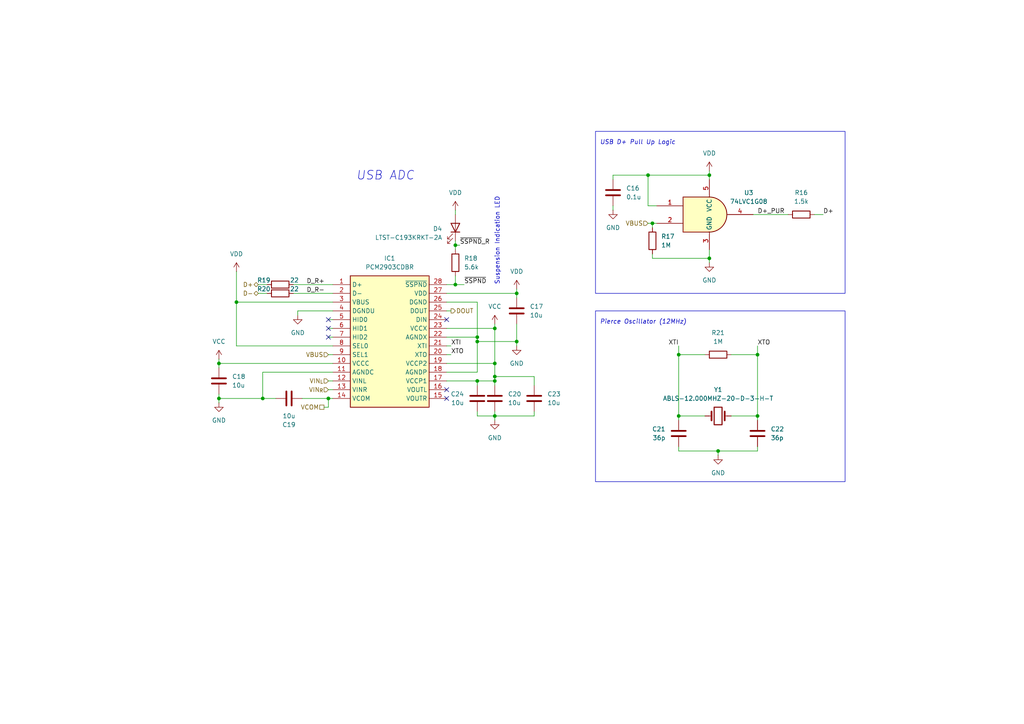
<source format=kicad_sch>
(kicad_sch (version 20231120) (generator "eeschema") (generator_version "8.0")
  (paper "A4")
  (title_block (title "USB ADC") (date "2024-09-15") (rev "1") (company "Tachyon PCBAs") (comment 1 "first try surely") (comment 2 "Built around the PCM2903C"))
  (lib_symbols
    (symbol "74xGxx:74LVC1G08"
      (property "Reference" "U" (at -5.08 7.62 0))
      (property "Value" "74LVC1G08" (at 7.62 -7.62 0))
      (symbol "74LVC1G08_0_1"
        (arc (start 0 -5.08) (mid 5.0579 0) (end 0 5.08) (stroke (width 0.254)) (fill (type background)))
        (polyline (pts (xy 0 -5.08) (xy -7.62 -5.08) (xy -7.62 5.08) (xy 0 5.08)) (stroke (width 0.254)) (fill (type background)))
      )
      (symbol "74LVC1G08_1_1"
        (pin input line (at -15.24 2.54 0) (length 7.62) (name "~") (number "1"))
        (pin input line (at -15.24 -2.54 0) (length 7.62) (name "~") (number "2"))
        (pin power_in line (at 0 -10.16 90) (length 5.08) (name "GND") (number "3"))
        (pin output line (at 12.7 0 180) (length 7.62) (name "~") (number "4"))
        (pin power_in line (at 0 10.16 270) (length 5.08) (name "VCC") (number "5"))
      )
    )
    (symbol "Device:C" (pin_numbers hide) (pin_names (offset 0.254))
      (property "Reference" "C" (at 0.635 2.54 0))
      (property "Value" "C" (at 0.635 -2.54 0))
      (symbol "C_0_1"
        (polyline (pts (xy -2.032 -0.762) (xy 2.032 -0.762)) (stroke (width 0.508)))
        (polyline (pts (xy -2.032 0.762) (xy 2.032 0.762)) (stroke (width 0.508)))
      )
      (symbol "C_1_1"
        (pin passive line (at 0 3.81 270) (length 2.794) (name "~") (number "1"))
        (pin passive line (at 0 -3.81 90) (length 2.794) (name "~") (number "2"))
      )
    )
    (symbol "Device:Crystal" (pin_numbers hide) (pin_names (offset 1.016) hide)
      (property "Reference" "Y" (at 0 3.81 0))
      (property "Value" "Crystal" (at 0 -3.81 0))
      (symbol "Crystal_0_1"
        (rectangle (start -1.143 2.54) (end 1.143 -2.54) (stroke (width 0.3048)))
        (polyline (pts (xy -2.54 0) (xy -1.905 0)))
        (polyline (pts (xy -1.905 -1.27) (xy -1.905 1.27)) (stroke (width 0.508)))
        (polyline (pts (xy 1.905 -1.27) (xy 1.905 1.27)) (stroke (width 0.508)))
        (polyline (pts (xy 2.54 0) (xy 1.905 0)))
      )
      (symbol "Crystal_1_1"
        (pin passive line (at -3.81 0 0) (length 1.27) (name "1") (number "1"))
        (pin passive line (at 3.81 0 180) (length 1.27) (name "2") (number "2"))
      )
    )
    (symbol "Device:LED" (pin_numbers hide) (pin_names (offset 1.016) hide)
      (property "Reference" "D" (at 0 2.54 0))
      (property "Value" "LED" (at 0 -2.54 0))
      (symbol "LED_0_1"
        (polyline (pts (xy -1.27 -1.27) (xy -1.27 1.27)) (stroke (width 0.254)))
        (polyline (pts (xy -1.27 0) (xy 1.27 0)))
        (polyline (pts (xy 1.27 -1.27) (xy 1.27 1.27) (xy -1.27 0) (xy 1.27 -1.27)) (stroke (width 0.254)))
        (polyline (pts (xy -3.048 -0.762) (xy -4.572 -2.286) (xy -3.81 -2.286) (xy -4.572 -2.286) (xy -4.572 -1.524)))
        (polyline (pts (xy -1.778 -0.762) (xy -3.302 -2.286) (xy -2.54 -2.286) (xy -3.302 -2.286) (xy -3.302 -1.524)))
      )
      (symbol "LED_1_1"
        (pin passive line (at -3.81 0 0) (length 2.54) (name "K") (number "1"))
        (pin passive line (at 3.81 0 180) (length 2.54) (name "A") (number "2"))
      )
    )
    (symbol "Device:R" (pin_numbers hide) (pin_names (offset 0))
      (property "Reference" "R" (at 2.032 0 90))
      (property "Value" "R" (at 0 0 90))
      (symbol "R_0_1"
        (rectangle (start -1.016 -2.54) (end 1.016 2.54) (stroke (width 0.254)))
      )
      (symbol "R_1_1"
        (pin passive line (at 0 3.81 270) (length 1.27) (name "~") (number "1"))
        (pin passive line (at 0 -3.81 90) (length 1.27) (name "~") (number "2"))
      )
    )
    (symbol "binauralmic:PCM2903CDBR"
      (property "Reference" "IC" (at 29.21 7.62 0))
      (property "Value" "PCM2903CDBR" (at 29.21 5.08 0))
      (symbol "PCM2903CDBR_1_1"
        (rectangle (start 5.08 2.54) (end 27.94 -35.56) (stroke (width 0.254)) (fill (type background)))
        (pin bidirectional line (at 0 0 0) (length 5.08) (name "D+") (number "1"))
        (pin passive line (at 0 -22.86 0) (length 5.08) (name "VCCC") (number "10"))
        (pin power_in line (at 0 -25.4 0) (length 5.08) (name "AGNDC") (number "11"))
        (pin input line (at 0 -27.94 0) (length 5.08) (name "VINL") (number "12"))
        (pin input line (at 0 -30.48 0) (length 5.08) (name "VINR") (number "13"))
        (pin passive line (at 0 -33.02 0) (length 5.08) (name "VCOM") (number "14"))
        (pin output line (at 33.02 -33.02 180) (length 5.08) (name "VOUTR") (number "15"))
        (pin output line (at 33.02 -30.48 180) (length 5.08) (name "VOUTL") (number "16"))
        (pin passive line (at 33.02 -27.94 180) (length 5.08) (name "VCCP1") (number "17"))
        (pin power_in line (at 33.02 -25.4 180) (length 5.08) (name "AGNDP") (number "18"))
        (pin passive line (at 33.02 -22.86 180) (length 5.08) (name "VCCP2") (number "19"))
        (pin bidirectional line (at 0 -2.54 0) (length 5.08) (name "D-") (number "2"))
        (pin output line (at 33.02 -20.32 180) (length 5.08) (name "XTO") (number "20"))
        (pin input line (at 33.02 -17.78 180) (length 5.08) (name "XTI") (number "21"))
        (pin power_in line (at 33.02 -15.24 180) (length 5.08) (name "AGNDX") (number "22"))
        (pin passive line (at 33.02 -12.7 180) (length 5.08) (name "VCCX") (number "23"))
        (pin input line (at 33.02 -10.16 180) (length 5.08) (name "DIN") (number "24"))
        (pin output line (at 33.02 -7.62 180) (length 5.08) (name "DOUT") (number "25"))
        (pin power_in line (at 33.02 -5.08 180) (length 5.08) (name "DGND") (number "26"))
        (pin power_in line (at 33.02 -2.54 180) (length 5.08) (name "VDD") (number "27"))
        (pin output line (at 33.02 0 180) (length 5.08) (name "~{SSPND}") (number "28"))
        (pin power_in line (at 0 -5.08 0) (length 5.08) (name "VBUS") (number "3"))
        (pin passive line (at 0 -7.62 0) (length 5.08) (name "DGNDU") (number "4"))
        (pin passive line (at 0 -10.16 0) (length 5.08) (name "HID0") (number "5"))
        (pin passive line (at 0 -12.7 0) (length 5.08) (name "HID1") (number "6"))
        (pin passive line (at 0 -15.24 0) (length 5.08) (name "HID2") (number "7"))
        (pin passive line (at 0 -17.78 0) (length 5.08) (name "SEL0") (number "8"))
        (pin passive line (at 0 -20.32 0) (length 5.08) (name "SEL1") (number "9"))
      )
    )
    (symbol "power:GND" (power) (pin_numbers hide) (pin_names (offset 0) hide)
      (property "Value" "GND" (at 0 -3.81 0))
      (symbol "GND_0_1"
        (polyline (pts (xy 0 0) (xy 0 -1.27) (xy 1.27 -1.27) (xy 0 -2.54) (xy -1.27 -1.27) (xy 0 -1.27)))
      )
      (symbol "GND_1_1"
        (pin power_in line (at 0 0 270) (length 0) (name "~") (number "1"))
      )
    )
    (symbol "power:VCC" (power) (pin_numbers hide) (pin_names (offset 0) hide)
      (property "Value" "VCC" (at 0 3.556 0))
      (symbol "VCC_0_1"
        (polyline (pts (xy -0.762 1.27) (xy 0 2.54)))
        (polyline (pts (xy 0 0) (xy 0 2.54)))
        (polyline (pts (xy 0 2.54) (xy 0.762 1.27)))
      )
      (symbol "VCC_1_1"
        (pin power_in line (at 0 0 90) (length 0) (name "~") (number "1"))
      )
    )
    (symbol "power:VDD" (power) (pin_numbers hide) (pin_names (offset 0) hide)
      (property "Value" "VDD" (at 0 3.556 0))
      (symbol "VDD_0_1"
        (polyline (pts (xy -0.762 1.27) (xy 0 2.54)))
        (polyline (pts (xy 0 0) (xy 0 2.54)))
        (polyline (pts (xy 0 2.54) (xy 0.762 1.27)))
      )
      (symbol "VDD_1_1"
        (pin power_in line (at 0 0 90) (length 0) (name "~") (number "1"))
      )
    )
  )
  (junction (at 143.51 110.49))
  (junction (at 138.43 99.06))
  (junction (at 187.96 50.8))
  (junction (at 143.51 105.41))
  (junction (at 132.08 71.12))
  (junction (at 196.85 102.87))
  (junction (at 132.08 82.55))
  (junction (at 219.71 102.87))
  (junction (at 149.86 85.09))
  (junction (at 208.28 130.81))
  (junction (at 143.51 120.65))
  (junction (at 143.51 95.25))
  (junction (at 143.51 109.22))
  (junction (at 196.85 120.65))
  (junction (at 138.43 110.49))
  (junction (at 138.43 97.79))
  (junction (at 149.86 99.06))
  (junction (at 76.2 115.57))
  (junction (at 63.5 115.57))
  (junction (at 205.74 50.8))
  (junction (at 63.5 105.41))
  (junction (at 68.58 87.63))
  (junction (at 95.25 115.57))
  (junction (at 189.23 64.77))
  (junction (at 219.71 120.65))
  (junction (at 205.74 74.93))
  (no_connect (at 95.25 95.25))
  (no_connect (at 95.25 92.71))
  (no_connect (at 129.54 113.03))
  (no_connect (at 129.54 115.57))
  (no_connect (at 129.54 92.71))
  (no_connect (at 95.25 97.79))
  (wire (pts (xy 189.23 73.66) (xy 189.23 74.93)))
  (wire (pts (xy 187.96 50.8) (xy 177.8 50.8)))
  (wire (pts (xy 143.51 109.22) (xy 154.94 109.22)))
  (wire (pts (xy 143.51 110.49) (xy 143.51 111.76)))
  (wire (pts (xy 138.43 99.06) (xy 149.86 99.06)))
  (wire (pts (xy 95.25 113.03) (xy 96.52 113.03)))
  (wire (pts (xy 143.51 121.92) (xy 143.51 120.65)))
  (wire (pts (xy 208.28 130.81) (xy 208.28 132.08)))
  (wire (pts (xy 63.5 105.41) (xy 63.5 106.68)))
  (wire (pts (xy 129.54 85.09) (xy 149.86 85.09)))
  (wire (pts (xy 63.5 105.41) (xy 63.5 104.14)))
  (wire (pts (xy 138.43 87.63) (xy 138.43 97.79)))
  (wire (pts (xy 205.74 72.39) (xy 205.74 74.93)))
  (wire (pts (xy 219.71 102.87) (xy 219.71 120.65)))
  (wire (pts (xy 95.25 118.11) (xy 95.25 115.57)))
  (wire (pts (xy 87.63 115.57) (xy 95.25 115.57)))
  (wire (pts (xy 219.71 130.81) (xy 219.71 129.54)))
  (wire (pts (xy 63.5 115.57) (xy 63.5 116.84)))
  (wire (pts (xy 196.85 120.65) (xy 196.85 121.92)))
  (wire (pts (xy 138.43 99.06) (xy 138.43 107.95)))
  (wire (pts (xy 93.98 118.11) (xy 95.25 118.11)))
  (wire (pts (xy 68.58 87.63) (xy 68.58 78.74)))
  (wire (pts (xy 85.09 85.09) (xy 96.52 85.09)))
  (wire (pts (xy 149.86 99.06) (xy 149.86 100.33)))
  (wire (pts (xy 149.86 85.09) (xy 149.86 86.36)))
  (wire (pts (xy 187.96 64.77) (xy 189.23 64.77)))
  (wire (pts (xy 143.51 105.41) (xy 143.51 95.25)))
  (wire (pts (xy 96.52 87.63) (xy 68.58 87.63)))
  (wire (pts (xy 154.94 109.22) (xy 154.94 111.76)))
  (wire (pts (xy 63.5 114.3) (xy 63.5 115.57)))
  (wire (pts (xy 205.74 50.8) (xy 205.74 52.07)))
  (wire (pts (xy 219.71 121.92) (xy 219.71 120.65)))
  (wire (pts (xy 196.85 100.33) (xy 196.85 102.87)))
  (wire (pts (xy 177.8 59.69) (xy 177.8 60.96)))
  (wire (pts (xy 196.85 102.87) (xy 196.85 120.65)))
  (wire (pts (xy 189.23 64.77) (xy 189.23 66.04)))
  (wire (pts (xy 138.43 120.65) (xy 143.51 120.65)))
  (wire (pts (xy 129.54 110.49) (xy 138.43 110.49)))
  (wire (pts (xy 208.28 130.81) (xy 219.71 130.81)))
  (wire (pts (xy 138.43 110.49) (xy 138.43 111.76)))
  (wire (pts (xy 196.85 130.81) (xy 208.28 130.81)))
  (wire (pts (xy 129.54 82.55) (xy 132.08 82.55)))
  (wire (pts (xy 63.5 115.57) (xy 76.2 115.57)))
  (wire (pts (xy 129.54 102.87) (xy 130.81 102.87)))
  (wire (pts (xy 189.23 74.93) (xy 205.74 74.93)))
  (wire (pts (xy 96.52 100.33) (xy 68.58 100.33)))
  (wire (pts (xy 149.86 83.82) (xy 149.86 85.09)))
  (wire (pts (xy 149.86 93.98) (xy 149.86 99.06)))
  (wire (pts (xy 129.54 97.79) (xy 138.43 97.79)))
  (wire (pts (xy 95.25 115.57) (xy 96.52 115.57)))
  (wire (pts (xy 129.54 107.95) (xy 138.43 107.95)))
  (wire (pts (xy 177.8 50.8) (xy 177.8 52.07)))
  (wire (pts (xy 205.74 49.53) (xy 205.74 50.8)))
  (wire (pts (xy 132.08 60.96) (xy 132.08 62.23)))
  (wire (pts (xy 129.54 105.41) (xy 143.51 105.41)))
  (wire (pts (xy 76.2 115.57) (xy 80.01 115.57)))
  (wire (pts (xy 86.36 90.17) (xy 86.36 91.44)))
  (wire (pts (xy 189.23 64.77) (xy 190.5 64.77)))
  (wire (pts (xy 143.51 120.65) (xy 154.94 120.65)))
  (wire (pts (xy 129.54 87.63) (xy 138.43 87.63)))
  (wire (pts (xy 138.43 97.79) (xy 138.43 99.06)))
  (wire (pts (xy 96.52 90.17) (xy 86.36 90.17)))
  (wire (pts (xy 196.85 102.87) (xy 204.47 102.87)))
  (wire (pts (xy 74.93 85.09) (xy 77.47 85.09)))
  (wire (pts (xy 95.25 110.49) (xy 96.52 110.49)))
  (wire (pts (xy 219.71 100.33) (xy 219.71 102.87)))
  (wire (pts (xy 138.43 119.38) (xy 138.43 120.65)))
  (wire (pts (xy 132.08 80.01) (xy 132.08 82.55)))
  (wire (pts (xy 132.08 71.12) (xy 132.08 72.39)))
  (wire (pts (xy 85.09 82.55) (xy 96.52 82.55)))
  (wire (pts (xy 196.85 129.54) (xy 196.85 130.81)))
  (wire (pts (xy 154.94 119.38) (xy 154.94 120.65)))
  (wire (pts (xy 138.43 110.49) (xy 143.51 110.49)))
  (wire (pts (xy 129.54 95.25) (xy 143.51 95.25)))
  (wire (pts (xy 96.52 105.41) (xy 63.5 105.41)))
  (wire (pts (xy 212.09 120.65) (xy 219.71 120.65)))
  (wire (pts (xy 143.51 119.38) (xy 143.51 120.65)))
  (wire (pts (xy 133.35 71.12) (xy 132.08 71.12)))
  (wire (pts (xy 132.08 69.85) (xy 132.08 71.12)))
  (wire (pts (xy 143.51 110.49) (xy 143.51 109.22)))
  (wire (pts (xy 187.96 59.69) (xy 190.5 59.69)))
  (wire (pts (xy 218.44 62.23) (xy 228.6 62.23)))
  (wire (pts (xy 74.93 82.55) (xy 77.47 82.55)))
  (wire (pts (xy 143.51 95.25) (xy 143.51 93.98)))
  (wire (pts (xy 95.25 95.25) (xy 96.52 95.25)))
  (wire (pts (xy 132.08 82.55) (xy 134.62 82.55)))
  (wire (pts (xy 205.74 74.93) (xy 205.74 76.2)))
  (wire (pts (xy 95.25 97.79) (xy 96.52 97.79)))
  (wire (pts (xy 205.74 50.8) (xy 187.96 50.8)))
  (wire (pts (xy 187.96 50.8) (xy 187.96 59.69)))
  (wire (pts (xy 236.22 62.23) (xy 238.76 62.23)))
  (wire (pts (xy 143.51 109.22) (xy 143.51 105.41)))
  (wire (pts (xy 68.58 87.63) (xy 68.58 100.33)))
  (wire (pts (xy 76.2 107.95) (xy 76.2 115.57)))
  (wire (pts (xy 95.25 92.71) (xy 96.52 92.71)))
  (wire (pts (xy 129.54 90.17) (xy 130.81 90.17)))
  (wire (pts (xy 129.54 100.33) (xy 130.81 100.33)))
  (wire (pts (xy 212.09 102.87) (xy 219.71 102.87)))
  (wire (pts (xy 196.85 120.65) (xy 204.47 120.65)))
  (wire (pts (xy 96.52 107.95) (xy 76.2 107.95)))
  (wire (pts (xy 95.25 102.87) (xy 96.52 102.87)))
  (rectangle (start 172.72 90.17) (end 245.11 139.7))
  (rectangle (start 172.72 38.1) (end 245.11 85.09))
  (text "USB ADC" (at 111.76 49.53 0) (effects (font (size 2.54 2.54) (italic yes)) (justify top)))
  (text "Pierce Oscillator (12MHz)" (at 173.99 92.71 0) (effects (font (size 1.27 1.27) (italic yes)) (justify left top)))
  (text "USB D+ Pull Up Logic" (at 173.99 40.64 0) (effects (font (size 1.27 1.27) (italic yes)) (justify left top)))
  (text "Suspension Indication LED" (at 143.51 69.85 90) (effects (font (size 1.27 1.27)) (justify top)))
  (label "~{SSPND}" (at 134.62 82.55 0))
  (label "D+" (at 238.76 62.23 0))
  (label "XTO" (at 130.81 102.87 0))
  (label "D_R-" (at 88.9 85.09 0))
  (label "XTI" (at 130.81 100.33 0))
  (label "~{SSPND}_R" (at 133.35 71.12 0))
  (label "D_R+" (at 88.9 82.55 0))
  (label "XTI" (at 196.85 100.33 180))
  (label "D+_PUR" (at 219.71 62.23 0))
  (label "XTO" (at 219.71 100.33 0))
  (hierarchical_label "VIN_{L}" (shape input) (at 95.25 110.49 180))
  (hierarchical_label "VIN_{R}" (shape input) (at 95.25 113.03 180))
  (hierarchical_label "DOUT" (shape output) (at 130.81 90.17 0))
  (hierarchical_label "D-" (shape bidirectional) (at 74.93 85.09 180))
  (hierarchical_label "VBUS" (shape input) (at 187.96 64.77 180))
  (hierarchical_label "VCOM" (shape passive) (at 93.98 118.11 180))
  (hierarchical_label "D+" (shape bidirectional) (at 74.93 82.55 180))
  (hierarchical_label "VBUS" (shape input) (at 95.25 102.87 180))
  (symbol (lib_id "Device:Crystal") (at 208.28 120.65 0) (unit 1)
    (property "Reference" "Y1" (at 208.28 113.03 0))
    (property "Value" "ABLS-12.000MHZ-20-D-3-H-T" (at 208.28 115.57 0))
    (property "Footprint" "binauralmic:ABLS" (effects (hide yes)))
    (property "Datasheet" "https://www.mouser.com/datasheet/2/3/abls-1664338.pdf" (effects (hide yes)))
    (property "Description" "Two pin crystal" (effects (hide yes)))
    (property "Mouser Part Number" "815-LS12000MHZ20D3HT" (effects (hide yes)))
  )
  (symbol (lib_id "74xGxx:74LVC1G08") (at 205.74 62.23 0) (unit 1)
    (property "Reference" "U3" (at 217.17 55.9114 0))
    (property "Value" "74LVC1G08" (at 217.17 58.4514 0))
    (property "Footprint" "Package_TO_SOT_SMD:SOT-23-5_HandSoldering" (effects (hide yes)))
    (property "Datasheet" "https://www.ti.com/lit/ds/symlink/sn74lvc1g08.pdf" (effects (hide yes)))
    (property "Description" "Single AND Gate, Low-Voltage CMOS" (effects (hide yes)))
    (property "Mouser Part Number" "771-74LVC1G08GV" (effects (hide yes)))
  )
  (symbol (lib_id "Device:C") (at 143.51 115.57 0) (unit 1)
    (property "Reference" "C20" (at 147.32 114.2999 0) (effects (justify left)))
    (property "Value" "10u" (at 147.32 116.8399 0) (effects (justify left)))
    (property "Footprint" "Capacitor_SMD:C_0805_2012Metric_Pad1.18x1.45mm_HandSolder" (effects (hide yes)))
    (property "Datasheet" "https://www.mouser.com/datasheet/2/40/TAJ_AUTO-3165268.pdf" (effects (hide yes)))
    (property "Description" "Unpolarized capacitor" (effects (hide yes)))
    (property "Mouser Part Number" "581-TAJA106K010TNJ" (effects (hide yes)))
  )
  (symbol (lib_id "Device:C") (at 149.86 90.17 0) (unit 1)
    (property "Reference" "C17" (at 153.67 88.8999 0) (effects (justify left)))
    (property "Value" "10u" (at 153.67 91.4399 0) (effects (justify left)))
    (property "Footprint" "Capacitor_SMD:C_0805_2012Metric_Pad1.18x1.45mm_HandSolder" (effects (hide yes)))
    (property "Datasheet" "https://www.mouser.com/datasheet/2/40/TAJ_AUTO-3165268.pdf" (effects (hide yes)))
    (property "Description" "Unpolarized capacitor" (effects (hide yes)))
    (property "Mouser Part Number" "581-TAJA106K010TNJ" (effects (hide yes)))
  )
  (symbol (lib_id "Device:C") (at 219.71 125.73 0) (unit 1)
    (property "Reference" "C22" (at 223.52 124.4599 0) (effects (justify left)))
    (property "Value" "36p" (at 223.52 126.9999 0) (effects (justify left)))
    (property "Footprint" "Capacitor_SMD:C_0603_1608Metric_Pad1.08x0.95mm_HandSolder" (effects (hide yes)))
    (property "Datasheet" "https://www.mouser.com/datasheet/2/447/upy_np0x7r_mv_100_to_630v-3461223.pdf" (effects (hide yes)))
    (property "Description" "Unpolarized capacitor" (effects (hide yes)))
    (property "Mouser Part Number" "603-CC603FRNPO9BN360" (effects (hide yes)))
  )
  (symbol (lib_id "Device:R") (at 208.28 102.87 90) (unit 1)
    (property "Reference" "R21" (at 208.28 96.52 90))
    (property "Value" "1M" (at 208.28 99.06 90))
    (property "Footprint" "Resistor_SMD:R_0603_1608Metric_Pad0.98x0.95mm_HandSolder" (effects (hide yes)))
    (property "Datasheet" "https://www.mouser.com/datasheet/2/54/cr-1858361.pdf" (effects (hide yes)))
    (property "Description" "Resistor" (effects (hide yes)))
    (property "Mouser Part Number" "652-CR0603FX-1004ELF" (effects (hide yes)))
  )
  (symbol (lib_id "Device:R") (at 232.41 62.23 90) (unit 1)
    (property "Reference" "R16" (at 232.41 55.88 90))
    (property "Value" "1.5k" (at 232.41 58.42 90))
    (property "Footprint" "Resistor_SMD:R_0603_1608Metric_Pad0.98x0.95mm_HandSolder" (effects (hide yes)))
    (property "Datasheet" "https://www.mouser.com/datasheet/2/315/AOA0000C307-1149632.pdf" (effects (hide yes)))
    (property "Description" "Resistor" (effects (hide yes)))
    (property "Mouser Part Number" "667-ERA-3AEB152V" (effects (hide yes)))
  )
  (symbol (lib_id "power:VDD") (at 149.86 83.82 0) (unit 1)
    (property "Reference" "#PWR022" (effects (hide yes)))
    (property "Value" "VDD" (at 149.86 78.74 0))
    (property "Description" "Power symbol creates a global label with name \"VDD\"" (effects (hide yes)))
  )
  (symbol (lib_id "power:GND") (at 86.36 91.44 0) (unit 1)
    (property "Reference" "#PWR023" (effects (hide yes)))
    (property "Value" "GND" (at 86.36 96.52 0))
    (property "Description" "Power symbol creates a global label with name \"GND\" , ground" (effects (hide yes)))
  )
  (symbol (lib_id "power:VCC") (at 143.51 93.98 0) (unit 1)
    (property "Reference" "#PWR024" (effects (hide yes)))
    (property "Value" "VCC" (at 143.51 88.9 0))
    (property "Description" "Power symbol creates a global label with name \"VCC\"" (effects (hide yes)))
  )
  (symbol (lib_id "Device:C") (at 177.8 55.88 180) (unit 1)
    (property "Reference" "C16" (at 181.61 54.6099 0) (effects (justify right)))
    (property "Value" "0.1u" (at 181.61 57.1499 0) (effects (justify right)))
    (property "Footprint" "Capacitor_SMD:C_0805_2012Metric_Pad1.18x1.45mm_HandSolder" (effects (hide yes)))
    (property "Datasheet" "https://www.vishay.com/docs/40179/tmcp.pdf" (effects (hide yes)))
    (property "Description" "Unpolarized capacitor" (effects (hide yes)))
    (property "Mouser Part Number" "74-TMCP1E104KTRF" (effects (hide yes)))
  )
  (symbol (lib_id "power:GND") (at 149.86 100.33 0) (unit 1)
    (property "Reference" "#PWR025" (effects (hide yes)))
    (property "Value" "GND" (at 149.86 105.41 0))
    (property "Description" "Power symbol creates a global label with name \"GND\" , ground" (effects (hide yes)))
  )
  (symbol (lib_id "Device:R") (at 189.23 69.85 0) (unit 1)
    (property "Reference" "R17" (at 191.77 68.5799 0) (effects (justify left)))
    (property "Value" "1M" (at 191.77 71.1199 0) (effects (justify left)))
    (property "Footprint" "Resistor_SMD:R_0603_1608Metric_Pad0.98x0.95mm_HandSolder" (effects (hide yes)))
    (property "Datasheet" "https://www.mouser.com/datasheet/2/54/cr-1858361.pdf" (effects (hide yes)))
    (property "Description" "Resistor" (effects (hide yes)))
    (property "Mouser Part Number" "652-CR0603FX-1004ELF" (effects (hide yes)))
  )
  (symbol (lib_id "power:GND") (at 205.74 76.2 0) (unit 1)
    (property "Reference" "#PWR020" (effects (hide yes)))
    (property "Value" "GND" (at 205.74 81.28 0))
    (property "Description" "Power symbol creates a global label with name \"GND\" , ground" (effects (hide yes)))
  )
  (symbol (lib_id "Device:LED") (at 132.08 66.04 270) (mirror x) (unit 1)
    (property "Reference" "D4" (at 128.27 66.3574 90) (effects (justify right)))
    (property "Value" "LTST-C193KRKT-2A" (at 128.27 68.8974 90) (effects (justify right)))
    (property "Footprint" "LED_SMD:LED_0603_1608Metric_Pad1.05x0.95mm_HandSolder" (effects (hide yes)))
    (property "Datasheet" "https://www.mouser.com/datasheet/2/239/lite-on_lite-s-a0004283979-1-1749859.pdf" (effects (hide yes)))
    (property "Description" "Light emitting diode" (effects (hide yes)))
    (property "Mouser Part Number" "859-LTST-C193KRKT-2A" (effects (hide yes)))
  )
  (symbol (lib_id "Device:R") (at 81.28 82.55 90) (unit 1)
    (property "Reference" "R19" (at 78.486 81.28 90) (effects (justify left)))
    (property "Value" "22" (at 84.074 81.28 90) (effects (justify right)))
    (property "Footprint" "Resistor_SMD:R_0603_1608Metric_Pad0.98x0.95mm_HandSolder" (effects (hide yes)))
    (property "Datasheet" "https://www.mouser.com/datasheet/2/54/cr-1858361.pdf" (effects (hide yes)))
    (property "Description" "Resistor" (effects (hide yes)))
    (property "Mouser Part Number" "652-CR0603FX-22R0ELF" (effects (hide yes)))
  )
  (symbol (lib_id "power:GND") (at 208.28 132.08 0) (unit 1)
    (property "Reference" "#PWR030" (effects (hide yes)))
    (property "Value" "GND" (at 208.28 137.16 0))
    (property "Description" "Power symbol creates a global label with name \"GND\" , ground" (effects (hide yes)))
  )
  (symbol (lib_id "power:GND") (at 177.8 60.96 0) (unit 1)
    (property "Reference" "#PWR019" (effects (hide yes)))
    (property "Value" "GND" (at 177.8 66.04 0))
    (property "Description" "Power symbol creates a global label with name \"GND\" , ground" (effects (hide yes)))
  )
  (symbol (lib_id "power:VCC") (at 63.5 104.14 0) (unit 1)
    (property "Reference" "#PWR026" (effects (hide yes)))
    (property "Value" "VCC" (at 63.5 99.06 0))
    (property "Description" "Power symbol creates a global label with name \"VCC\"" (effects (hide yes)))
  )
  (symbol (lib_id "Device:C") (at 83.82 115.57 90) (mirror x) (unit 1)
    (property "Reference" "C19" (at 83.82 123.19 90))
    (property "Value" "10u" (at 83.82 120.65 90))
    (property "Footprint" "Capacitor_SMD:C_0805_2012Metric_Pad1.18x1.45mm_HandSolder" (effects (hide yes)))
    (property "Datasheet" "https://www.mouser.com/datasheet/2/40/TAJ_AUTO-3165268.pdf" (effects (hide yes)))
    (property "Description" "Unpolarized capacitor" (effects (hide yes)))
    (property "Mouser Part Number" "581-TAJA106K010TNJ" (effects (hide yes)))
  )
  (symbol (lib_id "Device:C") (at 138.43 115.57 0) (mirror y) (unit 1)
    (property "Reference" "C24" (at 134.62 114.2999 0) (effects (justify left)))
    (property "Value" "10u" (at 134.62 116.8399 0) (effects (justify left)))
    (property "Footprint" "Capacitor_SMD:C_0805_2012Metric_Pad1.18x1.45mm_HandSolder" (effects (hide yes)))
    (property "Datasheet" "https://www.mouser.com/datasheet/2/40/TAJ_AUTO-3165268.pdf" (effects (hide yes)))
    (property "Description" "Unpolarized capacitor" (effects (hide yes)))
    (property "Mouser Part Number" "581-TAJA106K010TNJ" (effects (hide yes)))
  )
  (symbol (lib_id "power:VDD") (at 132.08 60.96 0) (mirror y) (unit 1)
    (property "Reference" "#PWR018" (effects (hide yes)))
    (property "Value" "VDD" (at 132.08 55.88 0))
    (property "Description" "Power symbol creates a global label with name \"VDD\"" (effects (hide yes)))
  )
  (symbol (lib_id "Device:C") (at 63.5 110.49 0) (unit 1)
    (property "Reference" "C18" (at 67.31 109.2199 0) (effects (justify left)))
    (property "Value" "10u" (at 67.31 111.7599 0) (effects (justify left)))
    (property "Footprint" "Capacitor_SMD:C_0805_2012Metric_Pad1.18x1.45mm_HandSolder" (effects (hide yes)))
    (property "Datasheet" "https://www.mouser.com/datasheet/2/40/TAJ_AUTO-3165268.pdf" (effects (hide yes)))
    (property "Description" "Unpolarized capacitor" (effects (hide yes)))
    (property "Mouser Part Number" "581-TAJA106K010TNJ" (effects (hide yes)))
  )
  (symbol (lib_id "Device:R") (at 81.28 85.09 90) (unit 1)
    (property "Reference" "R20" (at 78.486 83.82 90) (effects (justify left)))
    (property "Value" "22" (at 84.074 83.82 90) (effects (justify right)))
    (property "Footprint" "Resistor_SMD:R_0603_1608Metric_Pad0.98x0.95mm_HandSolder" (effects (hide yes)))
    (property "Datasheet" "https://www.mouser.com/datasheet/2/54/cr-1858361.pdf" (effects (hide yes)))
    (property "Description" "Resistor" (effects (hide yes)))
    (property "Mouser Part Number" "652-CR0603FX-22R0ELF" (effects (hide yes)))
  )
  (symbol (lib_id "Device:C") (at 196.85 125.73 0) (mirror y) (unit 1)
    (property "Reference" "C21" (at 193.04 124.4599 0) (effects (justify left)))
    (property "Value" "36p" (at 193.04 126.9999 0) (effects (justify left)))
    (property "Footprint" "Capacitor_SMD:C_0603_1608Metric_Pad1.08x0.95mm_HandSolder" (effects (hide yes)))
    (property "Datasheet" "https://www.mouser.com/datasheet/2/447/upy_np0x7r_mv_100_to_630v-3461223.pdf" (effects (hide yes)))
    (property "Description" "Unpolarized capacitor" (effects (hide yes)))
    (property "Mouser Part Number" "603-CC603FRNPO9BN360" (effects (hide yes)))
  )
  (symbol (lib_id "Device:C") (at 154.94 115.57 0) (unit 1)
    (property "Reference" "C23" (at 158.75 114.2999 0) (effects (justify left)))
    (property "Value" "10u" (at 158.75 116.8399 0) (effects (justify left)))
    (property "Footprint" "Capacitor_SMD:C_0805_2012Metric_Pad1.18x1.45mm_HandSolder" (effects (hide yes)))
    (property "Datasheet" "https://www.mouser.com/datasheet/2/40/TAJ_AUTO-3165268.pdf" (effects (hide yes)))
    (property "Description" "Unpolarized capacitor" (effects (hide yes)))
    (property "Mouser Part Number" "581-TAJA106K010TNJ" (effects (hide yes)))
  )
  (symbol (lib_id "binauralmic:PCM2903CDBR") (at 96.52 82.55 0) (unit 1)
    (property "Reference" "IC1" (at 113.03 74.93 0))
    (property "Value" "PCM2903CDBR" (at 113.03 77.47 0))
    (property "Footprint" "binauralmic:SOP65P780X200-28N" (effects (hide yes)))
    (property "Datasheet" "http://www.ti.com/lit/gpn/pcm2903c" (effects (hide yes)))
    (property "Description" "Stereo USB1.1 CODEC with line-out and S/PDIF I/O, Self-powered (HID Interface)" (effects (hide yes)))
    (property "Height" "2" (effects (hide yes)))
    (property "Mouser Part Number" "595-PCM2903CDBR" (effects (hide yes)))
    (property "Mouser Price/Stock" "https://www.mouser.co.uk/ProductDetail/Texas-Instruments/PCM2903CDBR?qs=4whTb%2F0XQMjddJzgylsSjg%3D%3D" (effects (hide yes)))
    (property "Manufacturer_Name" "Texas Instruments" (effects (hide yes)))
    (property "Manufacturer_Part_Number" "PCM2903CDBR" (effects (hide yes)))
  )
  (symbol (lib_id "power:GND") (at 63.5 116.84 0) (unit 1)
    (property "Reference" "#PWR028" (effects (hide yes)))
    (property "Value" "GND" (at 63.5 121.92 0))
    (property "Description" "Power symbol creates a global label with name \"GND\" , ground" (effects (hide yes)))
  )
  (symbol (lib_id "Device:R") (at 132.08 76.2 0) (unit 1)
    (property "Reference" "R18" (at 134.62 74.9299 0) (effects (justify left)))
    (property "Value" "5.6k" (at 134.62 77.4699 0) (effects (justify left)))
    (property "Footprint" "Resistor_SMD:R_0603_1608Metric_Pad0.98x0.95mm_HandSolder" (effects (hide yes)))
    (property "Datasheet" "https://www.vishay.com/doc?28773" (effects (hide yes)))
    (property "Description" "Resistor" (effects (hide yes)))
    (property "Mouser Part Number" "71-CRCW08055K60FKEAC" (effects (hide yes)))
  )
  (symbol (lib_id "power:VDD") (at 68.58 78.74 0) (unit 1)
    (property "Reference" "#PWR021" (effects (hide yes)))
    (property "Value" "VDD" (at 68.58 73.66 0))
    (property "Description" "Power symbol creates a global label with name \"VDD\"" (effects (hide yes)))
  )
  (symbol (lib_id "power:VDD") (at 205.74 49.53 0) (unit 1)
    (property "Reference" "#PWR017" (effects (hide yes)))
    (property "Value" "VDD" (at 205.74 44.45 0))
    (property "Description" "Power symbol creates a global label with name \"VDD\"" (effects (hide yes)))
  )
  (symbol (lib_id "power:GND") (at 143.51 121.92 0) (unit 1)
    (property "Reference" "#PWR029" (effects (hide yes)))
    (property "Value" "GND" (at 143.51 127 0))
    (property "Description" "Power symbol creates a global label with name \"GND\" , ground" (effects (hide yes)))
  )
)
</source>
